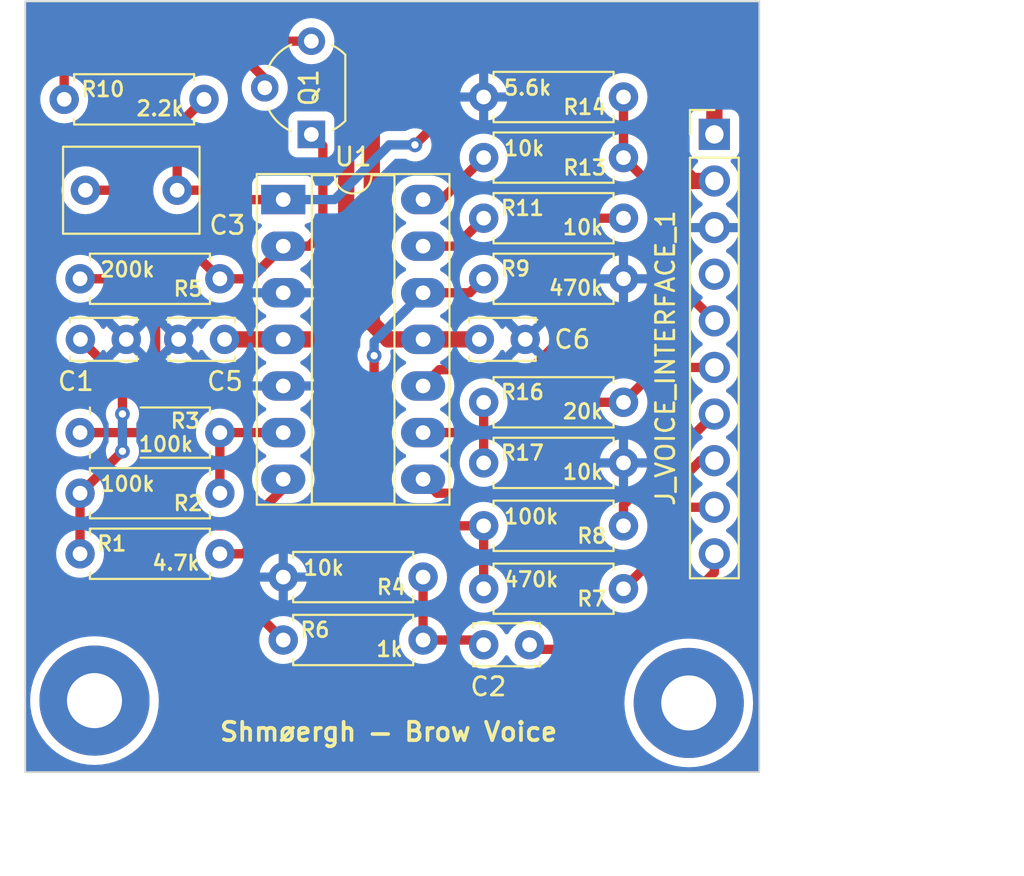
<source format=kicad_pcb>
(kicad_pcb (version 20221018) (generator pcbnew)
  (layers (0 "F.Cu" signal) (31 "B.Cu" signal) (34 "B.Paste" user) (35 "F.Paste" user) (36 "B.SilkS" user "B.Silkscreen") (37 "F.SilkS" user "F.Silkscreen") (38 "B.Mask" user) (39 "F.Mask" user) (44 "Edge.Cuts" user))
  (net 0 "")
  (net 1 "Net-(C1-Pad1)")
  (net 2 "GND")
  (net 3 "Net-(C2-Pad1)")
  (net 4 "RESET")
  (net 5 "Net-(U1C-+)")
  (net 6 "Net-(Q1-E)")
  (net 7 "+12V")
  (net 8 "-12V")
  (net 10 "SAW_OUT")
  (net 11 "SQR_OUT")
  (net 12 "PULSE_WIDTH")
  (net 13 "PWM")
  (net 14 "AMP")
  (net 15 "Net-(Q1-B)")
  (net 16 "Net-(Q1-C)")
  (net 17 "Net-(U1B--)")
  (net 18 "Net-(R3-Pad1)")
  (net 19 "Net-(U1D-+)")
  (net 20 "Net-(U1D--)")
  (net 21 "Net-(R13-Pad2)")
  (net 22 "Net-(U1C--)")
  (footprint "Shmoergh_Custom_Footprints:R_Axial_DIN0207_L6.3mm_D2.5mm_P7.62mm_Horizontal" (layer "F.Cu") (at 99.06 74.803)
    (fp_text reference "R6" (at 0.85 -0.55) (layer "F.SilkS") (effects (font (size 0.8 0.8)) (justify left)))
    (fp_text value "1k" (at 6.6 0.5) (layer "F.SilkS") (effects (font (size 0.8 0.8)) (justify right)))
    (fp_line (start 0.54 -1.37) (end 7.08 -1.37) (stroke (width 0.12)) (layer "F.SilkS"))
    (fp_line (start 0.54 -1.04) (end 0.54 -1.37) (stroke (width 0.12)) (layer "F.SilkS"))
    (fp_line (start 0.54 1.04) (end 0.54 1.37) (stroke (width 0.12)) (layer "F.SilkS"))
    (fp_line (start 0.54 1.37) (end 7.08 1.37) (stroke (width 0.12)) (layer "F.SilkS"))
    (fp_line (start 7.08 -1.37) (end 7.08 -1.04) (stroke (width 0.12)) (layer "F.SilkS"))
    (fp_line (start 7.08 1.37) (end 7.08 1.04) (stroke (width 0.12)) (layer "F.SilkS"))
    (pad "1" thru_hole circle (at 0 0) (size 1.6 1.6) (drill 0.8) (layers "*.Cu" "*.Mask") (net 15 "Net-(Q1-B)"))
    (pad "2" thru_hole oval (at 7.62 0) (size 1.6 1.6) (drill 0.8) (layers "*.Cu" "*.Mask") (net 3 "Net-(C2-Pad1)"))
  )
  (footprint "Shmoergh_Custom_Footprints:R_Axial_DIN0207_L6.3mm_D2.5mm_P7.62mm_Horizontal" (layer "F.Cu") (at 109.982 55.118)
    (fp_text reference "R9" (at 0.85 -0.55) (layer "F.SilkS") (effects (font (size 0.8 0.8)) (justify left)))
    (fp_text value "470k" (at 6.6 0.5) (layer "F.SilkS") (effects (font (size 0.8 0.8)) (justify right)))
    (fp_line (start 0.54 -1.37) (end 7.08 -1.37) (stroke (width 0.12)) (layer "F.SilkS"))
    (fp_line (start 0.54 -1.04) (end 0.54 -1.37) (stroke (width 0.12)) (layer "F.SilkS"))
    (fp_line (start 0.54 1.04) (end 0.54 1.37) (stroke (width 0.12)) (layer "F.SilkS"))
    (fp_line (start 0.54 1.37) (end 7.08 1.37) (stroke (width 0.12)) (layer "F.SilkS"))
    (fp_line (start 7.08 -1.37) (end 7.08 -1.04) (stroke (width 0.12)) (layer "F.SilkS"))
    (fp_line (start 7.08 1.37) (end 7.08 1.04) (stroke (width 0.12)) (layer "F.SilkS"))
    (pad "1" thru_hole circle (at 0 0) (size 1.6 1.6) (drill 0.8) (layers "*.Cu" "*.Mask") (net 19 "Net-(U1D-+)"))
    (pad "2" thru_hole oval (at 7.62 0) (size 1.6 1.6) (drill 0.8) (layers "*.Cu" "*.Mask") (net 2 "GND"))
  )
  (footprint "Shmoergh_Custom_Footprints:R_Axial_DIN0207_L6.3mm_D2.5mm_P7.62mm_Horizontal" (layer "F.Cu") (at 87.986223 70.104)
    (fp_text reference "R1" (at 0.85 -0.55) (layer "F.SilkS") (effects (font (size 0.8 0.8)) (justify left)))
    (fp_text value "4.7k" (at 6.6 0.5) (layer "F.SilkS") (effects (font (size 0.8 0.8)) (justify right)))
    (fp_line (start 0.54 -1.37) (end 7.08 -1.37) (stroke (width 0.12)) (layer "F.SilkS"))
    (fp_line (start 0.54 -1.04) (end 0.54 -1.37) (stroke (width 0.12)) (layer "F.SilkS"))
    (fp_line (start 0.54 1.04) (end 0.54 1.37) (stroke (width 0.12)) (layer "F.SilkS"))
    (fp_line (start 0.54 1.37) (end 7.08 1.37) (stroke (width 0.12)) (layer "F.SilkS"))
    (fp_line (start 7.08 -1.37) (end 7.08 -1.04) (stroke (width 0.12)) (layer "F.SilkS"))
    (fp_line (start 7.08 1.37) (end 7.08 1.04) (stroke (width 0.12)) (layer "F.SilkS"))
    (pad "1" thru_hole circle (at 0 0) (size 1.6 1.6) (drill 0.8) (layers "*.Cu" "*.Mask") (net 1 "Net-(C1-Pad1)"))
    (pad "2" thru_hole oval (at 7.62 0) (size 1.6 1.6) (drill 0.8) (layers "*.Cu" "*.Mask") (net 14 "AMP"))
  )
  (footprint "Capacitor_THT:C_Disc_D3.4mm_W2.1mm_P2.50mm" (layer "F.Cu") (at 95.860223 58.42 180)
    (fp_text reference "C5" (at -0.024777 -2.286) (layer "F.SilkS"))
    (fp_text value "100n")
    (fp_line (start -0.57 -1.17) (end -0.57 -0.925) (stroke (width 0.12)) (layer "F.SilkS"))
    (fp_line (start -0.57 -1.17) (end 3.07 -1.17) (stroke (width 0.12)) (layer "F.SilkS"))
    (fp_line (start -0.57 0.925) (end -0.57 1.17) (stroke (width 0.12)) (layer "F.SilkS"))
    (fp_line (start -0.57 1.17) (end 3.07 1.17) (stroke (width 0.12)) (layer "F.SilkS"))
    (fp_line (start 3.07 -1.17) (end 3.07 -0.925) (stroke (width 0.12)) (layer "F.SilkS"))
    (fp_line (start 3.07 0.925) (end 3.07 1.17) (stroke (width 0.12)) (layer "F.SilkS"))
    (pad "1" thru_hole circle (at 0 0 180) (size 1.6 1.6) (drill 0.8) (layers "*.Cu" "*.Mask") (net 7 "+12V"))
    (pad "2" thru_hole circle (at 2.5 0 180) (size 1.6 1.6) (drill 0.8) (layers "*.Cu" "*.Mask") (net 2 "GND"))
  )
  (footprint "Shmoergh_Custom_Footprints:R_Axial_DIN0207_L6.3mm_D2.5mm_P7.62mm_Horizontal" (layer "F.Cu") (at 95.606223 66.802 180)
    (fp_text reference "R2" (at 0.85 -0.55) (layer "F.SilkS") (effects (font (size 0.8 0.8)) (justify right)))
    (fp_text value "100k" (at 6.6 0.5) (layer "F.SilkS") (effects (font (size 0.8 0.8)) (justify left)))
    (fp_line (start 0.54 -1.37) (end 7.08 -1.37) (stroke (width 0.12)) (layer "F.SilkS"))
    (fp_line (start 0.54 -1.04) (end 0.54 -1.37) (stroke (width 0.12)) (layer "F.SilkS"))
    (fp_line (start 0.54 1.04) (end 0.54 1.37) (stroke (width 0.12)) (layer "F.SilkS"))
    (fp_line (start 0.54 1.37) (end 7.08 1.37) (stroke (width 0.12)) (layer "F.SilkS"))
    (fp_line (start 7.08 -1.37) (end 7.08 -1.04) (stroke (width 0.12)) (layer "F.SilkS"))
    (fp_line (start 7.08 1.37) (end 7.08 1.04) (stroke (width 0.12)) (layer "F.SilkS"))
    (pad "1" thru_hole circle (at 0 0 180) (size 1.6 1.6) (drill 0.8) (layers "*.Cu" "*.Mask") (net 17 "Net-(U1B--)"))
    (pad "2" thru_hole oval (at 7.62 0 180) (size 1.6 1.6) (drill 0.8) (layers "*.Cu" "*.Mask") (net 1 "Net-(C1-Pad1)"))
  )
  (footprint "Shmoergh_Custom_Footprints:R_Axial_DIN0207_L6.3mm_D2.5mm_P7.62mm_Horizontal" (layer "F.Cu") (at 87.986223 63.5)
    (fp_text reference "R3" (at 4.850777 -0.635) (layer "F.SilkS") (effects (font (size 0.8 0.8)) (justify left)))
    (fp_text value "100k" (at 6.247777 0.635) (layer "F.SilkS") (effects (font (size 0.8 0.8)) (justify right)))
    (fp_line (start 0.54 -1.04) (end 0.54 -1.37) (stroke (width 0.12)) (layer "F.SilkS"))
    (fp_line (start 0.54 1.04) (end 0.54 1.37) (stroke (width 0.12)) (layer "F.SilkS"))
    (fp_line (start 3.302 -1.37) (end 7.08 -1.37) (stroke (width 0.12)) (layer "F.SilkS"))
    (fp_line (start 3.302 1.37) (end 7.08 1.37) (stroke (width 0.12)) (layer "F.SilkS"))
    (fp_line (start 7.08 -1.37) (end 7.08 -1.04) (stroke (width 0.12)) (layer "F.SilkS"))
    (fp_line (start 7.08 1.37) (end 7.08 1.04) (stroke (width 0.12)) (layer "F.SilkS"))
    (pad "1" thru_hole circle (at 0 0) (size 1.6 1.6) (drill 0.8) (layers "*.Cu" "*.Mask") (net 18 "Net-(R3-Pad1)"))
    (pad "2" thru_hole oval (at 7.62 0) (size 1.6 1.6) (drill 0.8) (layers "*.Cu" "*.Mask") (net 17 "Net-(U1B--)"))
  )
  (footprint "Package_TO_SOT_THT:TO-92_Wide" (layer "F.Cu") (at 100.592 47.249 90)
    (fp_text reference "Q1" (at 2.545 -0.135 90) (layer "F.SilkS"))
    (fp_text value "2N3904")
    (fp_line (start 0.74 1.85) (end 4.34 1.85) (stroke (width 0.12)) (layer "F.SilkS"))
    (fp_arc (start 0.172801 -1.103842) (mid 0.678995 -1.832692) (end 1.4 -2.35) (stroke (width 0.12)) (layer "F.SilkS"))
    (fp_arc (start 0.74 1.85) (mid 0.446097 1.509328) (end 0.215816 1.122795) (stroke (width 0.12)) (layer "F.SilkS"))
    (fp_arc (start 3.65 -2.35) (mid 4.382279 -1.833196) (end 4.895458 -1.098371) (stroke (width 0.12)) (layer "F.SilkS"))
    (fp_arc (start 4.864184 1.122795) (mid 4.633903 1.509328) (end 4.34 1.85) (stroke (width 0.12)) (layer "F.SilkS"))
    (pad "1" thru_hole rect (at 0 0 90) (size 1.5 1.5) (drill 0.8) (layers "*.Cu" "*.Mask") (net 6 "Net-(Q1-E)"))
    (pad "2" thru_hole circle (at 2.54 -2.54 90) (size 1.5 1.5) (drill 0.8) (layers "*.Cu" "*.Mask") (net 15 "Net-(Q1-B)"))
    (pad "3" thru_hole circle (at 5.08 0 90) (size 1.5 1.5) (drill 0.8) (layers "*.Cu" "*.Mask") (net 16 "Net-(Q1-C)"))
  )
  (footprint "Shmoergh_Custom_Footprints:R_Axial_DIN0207_L6.3mm_D2.5mm_P7.62mm_Horizontal" (layer "F.Cu") (at 117.602 48.514 180)
    (fp_text reference "R13" (at 0.85 -0.55) (layer "F.SilkS") (effects (font (size 0.8 0.8)) (justify right)))
    (fp_text value "10k" (at 6.6 0.5) (layer "F.SilkS") (effects (font (size 0.8 0.8)) (justify left)))
    (fp_line (start 0.54 -1.37) (end 7.08 -1.37) (stroke (width 0.12)) (layer "F.SilkS"))
    (fp_line (start 0.54 -1.04) (end 0.54 -1.37) (stroke (width 0.12)) (layer "F.SilkS"))
    (fp_line (start 0.54 1.04) (end 0.54 1.37) (stroke (width 0.12)) (layer "F.SilkS"))
    (fp_line (start 0.54 1.37) (end 7.08 1.37) (stroke (width 0.12)) (layer "F.SilkS"))
    (fp_line (start 7.08 -1.37) (end 7.08 -1.04) (stroke (width 0.12)) (layer "F.SilkS"))
    (fp_line (start 7.08 1.37) (end 7.08 1.04) (stroke (width 0.12)) (layer "F.SilkS"))
    (pad "1" thru_hole circle (at 0 0 180) (size 1.6 1.6) (drill 0.8) (layers "*.Cu" "*.Mask") (net 11 "SQR_OUT"))
    (pad "2" thru_hole oval (at 7.62 0 180) (size 1.6 1.6) (drill 0.8) (layers "*.Cu" "*.Mask") (net 21 "Net-(R13-Pad2)"))
  )
  (footprint "Capacitor_THT:C_Disc_D3.4mm_W2.1mm_P2.50mm" (layer "F.Cu") (at 88.006223 58.42)
    (fp_text reference "C1" (at -0.249223 2.286) (layer "F.SilkS"))
    (fp_text value "100n")
    (fp_line (start -0.57 -1.17) (end -0.57 -0.925) (stroke (width 0.12)) (layer "F.SilkS"))
    (fp_line (start -0.57 -1.17) (end 3.07 -1.17) (stroke (width 0.12)) (layer "F.SilkS"))
    (fp_line (start -0.57 0.925) (end -0.57 1.17) (stroke (width 0.12)) (layer "F.SilkS"))
    (fp_line (start -0.57 1.17) (end 3.07 1.17) (stroke (width 0.12)) (layer "F.SilkS"))
    (fp_line (start 3.07 -1.17) (end 3.07 -0.925) (stroke (width 0.12)) (layer "F.SilkS"))
    (fp_line (start 3.07 0.925) (end 3.07 1.17) (stroke (width 0.12)) (layer "F.SilkS"))
    (pad "1" thru_hole circle (at 0 0) (size 1.6 1.6) (drill 0.8) (layers "*.Cu" "*.Mask") (net 1 "Net-(C1-Pad1)"))
    (pad "2" thru_hole circle (at 2.5 0) (size 1.6 1.6) (drill 0.8) (layers "*.Cu" "*.Mask") (net 2 "GND"))
  )
  (footprint "Package_DIP:DIP-14_W7.62mm_Socket_LongPads" (layer "F.Cu") (at 99.06 50.8)
    (fp_text reference "U1" (at 3.81 -2.33) (layer "F.SilkS"))
    (fp_text value "TL074")
    (fp_line (start -1.44 -1.39) (end -1.44 16.63) (stroke (width 0.12)) (layer "F.SilkS"))
    (fp_line (start -1.44 16.63) (end 9.06 16.63) (stroke (width 0.12)) (layer "F.SilkS"))
    (fp_line (start 1.56 -1.33) (end 1.56 16.57) (stroke (width 0.12)) (layer "F.SilkS"))
    (fp_line (start 1.56 16.57) (end 6.06 16.57) (stroke (width 0.12)) (layer "F.SilkS"))
    (fp_line (start 2.81 -1.33) (end 1.56 -1.33) (stroke (width 0.12)) (layer "F.SilkS"))
    (fp_line (start 6.06 -1.33) (end 4.81 -1.33) (stroke (width 0.12)) (layer "F.SilkS"))
    (fp_line (start 6.06 16.57) (end 6.06 -1.33) (stroke (width 0.12)) (layer "F.SilkS"))
    (fp_line (start 9.06 -1.39) (end -1.44 -1.39) (stroke (width 0.12)) (layer "F.SilkS"))
    (fp_line (start 9.06 16.63) (end 9.06 -1.39) (stroke (width 0.12)) (layer "F.SilkS"))
    (fp_arc (start 4.81 -1.33) (mid 3.81 -0.33) (end 2.81 -1.33) (stroke (width 0.12)) (layer "F.SilkS"))
    (pad "1" thru_hole rect (at 0 0) (size 2.4 1.6) (drill 0.8) (layers "*.Cu" "*.Mask") (net 5 "Net-(U1C-+)"))
    (pad "2" thru_hole oval (at 0 2.54) (size 2.4 1.6) (drill 0.8) (layers "*.Cu" "*.Mask") (net 6 "Net-(Q1-E)"))
    (pad "3" thru_hole oval (at 0 5.08) (size 2.4 1.6) (drill 0.8) (layers "*.Cu" "*.Mask") (net 2 "GND"))
    (pad "4" thru_hole oval (at 0 7.62) (size 2.4 1.6) (drill 0.8) (layers "*.Cu" "*.Mask") (net 7 "+12V"))
    (pad "5" thru_hole oval (at 0 10.16) (size 2.4 1.6) (drill 0.8) (layers "*.Cu" "*.Mask") (net 2 "GND"))
    (pad "6" thru_hole oval (at 0 12.7) (size 2.4 1.6) (drill 0.8) (layers "*.Cu" "*.Mask") (net 17 "Net-(U1B--)"))
    (pad "7" thru_hole oval (at 0 15.24) (size 2.4 1.6) (drill 0.8) (layers "*.Cu" "*.Mask") (net 18 "Net-(R3-Pad1)"))
    (pad "8" thru_hole oval (at 7.62 15.24) (size 2.4 1.6) (drill 0.8) (layers "*.Cu" "*.Mask") (net 10 "SAW_OUT"))
    (pad "9" thru_hole oval (at 7.62 12.7) (size 2.4 1.6) (drill 0.8) (layers "*.Cu" "*.Mask") (net 22 "Net-(U1C--)"))
    (pad "10" thru_hole oval (at 7.62 10.16) (size 2.4 1.6) (drill 0.8) (layers "*.Cu" "*.Mask") (net 5 "Net-(U1C-+)"))
    (pad "11" thru_hole oval (at 7.62 7.62) (size 2.4 1.6) (drill 0.8) (layers "*.Cu" "*.Mask") (net 8 "-12V"))
    (pad "12" thru_hole oval (at 7.62 5.08) (size 2.4 1.6) (drill 0.8) (layers "*.Cu" "*.Mask") (net 19 "Net-(U1D-+)"))
    (pad "13" thru_hole oval (at 7.62 2.54) (size 2.4 1.6) (drill 0.8) (layers "*.Cu" "*.Mask") (net 20 "Net-(U1D--)"))
    (pad "14" thru_hole oval (at 7.62 0) (size 2.4 1.6) (drill 0.8) (layers "*.Cu" "*.Mask") (net 21 "Net-(R13-Pad2)"))
  )
  (footprint "Shmoergh_Custom_Footprints:R_Axial_DIN0207_L6.3mm_D2.5mm_P7.62mm_Horizontal" (layer "F.Cu") (at 109.982 61.849)
    (fp_text reference "R16" (at 0.85 -0.55) (layer "F.SilkS") (effects (font (size 0.8 0.8)) (justify left)))
    (fp_text value "20k" (at 6.6 0.5) (layer "F.SilkS") (effects (font (size 0.8 0.8)) (justify right)))
    (fp_line (start 0.54 -1.37) (end 7.08 -1.37) (stroke (width 0.12)) (layer "F.SilkS"))
    (fp_line (start 0.54 -1.04) (end 0.54 -1.37) (stroke (width 0.12)) (layer "F.SilkS"))
    (fp_line (start 0.54 1.04) (end 0.54 1.37) (stroke (width 0.12)) (layer "F.SilkS"))
    (fp_line (start 0.54 1.37) (end 7.08 1.37) (stroke (width 0.12)) (layer "F.SilkS"))
    (fp_line (start 7.08 -1.37) (end 7.08 -1.04) (stroke (width 0.12)) (layer "F.SilkS"))
    (fp_line (start 7.08 1.37) (end 7.08 1.04) (stroke (width 0.12)) (layer "F.SilkS"))
    (pad "1" thru_hole circle (at 0 0) (size 1.6 1.6) (drill 0.8) (layers "*.Cu" "*.Mask") (net 22 "Net-(U1C--)"))
    (pad "2" thru_hole oval (at 7.62 0) (size 1.6 1.6) (drill 0.8) (layers "*.Cu" "*.Mask") (net 10 "SAW_OUT"))
  )
  (footprint "Shmoergh_Custom_Footprints:R_Axial_DIN0207_L6.3mm_D2.5mm_P7.62mm_Horizontal" (layer "F.Cu") (at 117.602 72.009 180)
    (fp_text reference "R7" (at 0.85 -0.55) (layer "F.SilkS") (effects (font (size 0.8 0.8)) (justify right)))
    (fp_text value "470k" (at 6.6 0.5) (layer "F.SilkS") (effects (font (size 0.8 0.8)) (justify left)))
    (fp_line (start 0.54 -1.37) (end 7.08 -1.37) (stroke (width 0.12)) (layer "F.SilkS"))
    (fp_line (start 0.54 -1.04) (end 0.54 -1.37) (stroke (width 0.12)) (layer "F.SilkS"))
    (fp_line (start 0.54 1.04) (end 0.54 1.37) (stroke (width 0.12)) (layer "F.SilkS"))
    (fp_line (start 0.54 1.37) (end 7.08 1.37) (stroke (width 0.12)) (layer "F.SilkS"))
    (fp_line (start 7.08 -1.37) (end 7.08 -1.04) (stroke (width 0.12)) (layer "F.SilkS"))
    (fp_line (start 7.08 1.37) (end 7.08 1.04) (stroke (width 0.12)) (layer "F.SilkS"))
    (pad "1" thru_hole circle (at 0 0 180) (size 1.6 1.6) (drill 0.8) (layers "*.Cu" "*.Mask") (net 13 "PWM"))
    (pad "2" thru_hole oval (at 7.62 0 180) (size 1.6 1.6) (drill 0.8) (layers "*.Cu" "*.Mask") (net 19 "Net-(U1D-+)"))
  )
  (footprint "Shmoergh_Custom_Footprints:R_Axial_DIN0207_L6.3mm_D2.5mm_P7.62mm_Horizontal" (layer "F.Cu") (at 117.602 68.58 180)
    (fp_text reference "R8" (at 0.85 -0.55) (layer "F.SilkS") (effects (font (size 0.8 0.8)) (justify right)))
    (fp_text value "100k" (at 6.6 0.5) (layer "F.SilkS") (effects (font (size 0.8 0.8)) (justify left)))
    (fp_line (start 0.54 -1.37) (end 7.08 -1.37) (stroke (width 0.12)) (layer "F.SilkS"))
    (fp_line (start 0.54 -1.04) (end 0.54 -1.37) (stroke (width 0.12)) (layer "F.SilkS"))
    (fp_line (start 0.54 1.04) (end 0.54 1.37) (stroke (width 0.12)) (layer "F.SilkS"))
    (fp_line (start 0.54 1.37) (end 7.08 1.37) (stroke (width 0.12)) (layer "F.SilkS"))
    (fp_line (start 7.08 -1.37) (end 7.08 -1.04) (stroke (width 0.12)) (layer "F.SilkS"))
    (fp_line (start 7.08 1.37) (end 7.08 1.04) (stroke (width 0.12)) (layer "F.SilkS"))
    (pad "1" thru_hole circle (at 0 0 180) (size 1.6 1.6) (drill 0.8) (layers "*.Cu" "*.Mask") (net 12 "PULSE_WIDTH"))
    (pad "2" thru_hole oval (at 7.62 0 180) (size 1.6 1.6) (drill 0.8) (layers "*.Cu" "*.Mask") (net 19 "Net-(U1D-+)"))
  )
  (footprint "MountingHole:MountingHole_3mm_Pad" (layer "F.Cu") (at 121.158 78.232)
    (fp_text reference "H2" hide)
    (fp_text value "MountingHole")
    (pad "1" thru_hole circle (at 0 0) (size 6 6) (drill 3) (layers "*.Cu" "*.Mask"))
  )
  (footprint "Shmoergh_Custom_Footprints:R_Axial_DIN0207_L6.3mm_D2.5mm_P7.62mm_Horizontal" (layer "F.Cu") (at 95.606223 55.118 180)
    (fp_text reference "R5" (at 0.85 -0.55) (layer "F.SilkS") (effects (font (size 0.8 0.8)) (justify right)))
    (fp_text value "200k" (at 6.6 0.5) (layer "F.SilkS") (effects (font (size 0.8 0.8)) (justify left)))
    (fp_line (start 0.54 -1.37) (end 7.08 -1.37) (stroke (width 0.12)) (layer "F.SilkS"))
    (fp_line (start 0.54 -1.04) (end 0.54 -1.37) (stroke (width 0.12)) (layer "F.SilkS"))
    (fp_line (start 0.54 1.04) (end 0.54 1.37) (stroke (width 0.12)) (layer "F.SilkS"))
    (fp_line (start 0.54 1.37) (end 7.08 1.37) (stroke (width 0.12)) (layer "F.SilkS"))
    (fp_line (start 7.08 -1.37) (end 7.08 -1.04) (stroke (width 0.12)) (layer "F.SilkS"))
    (fp_line (start 7.08 1.37) (end 7.08 1.04) (stroke (width 0.12)) (layer "F.SilkS"))
    (pad "1" thru_hole circle (at 0 0 180) (size 1.6 1.6) (drill 0.8) (layers "*.Cu" "*.Mask") (net 6 "Net-(Q1-E)"))
    (pad "2" thru_hole oval (at 7.62 0 180) (size 1.6 1.6) (drill 0.8) (layers "*.Cu" "*.Mask") (net 18 "Net-(R3-Pad1)"))
  )
  (footprint "Capacitor_THT:C_Disc_D3.4mm_W2.1mm_P2.50mm" (layer "F.Cu") (at 109.982 75.062)
    (fp_text reference "C2" (at 0.254 2.281) (layer "F.SilkS"))
    (fp_text value "270p")
    (fp_line (start -0.57 -1.17) (end -0.57 -0.925) (stroke (width 0.12)) (layer "F.SilkS"))
    (fp_line (start -0.57 -1.17) (end 3.07 -1.17) (stroke (width 0.12)) (layer "F.SilkS"))
    (fp_line (start -0.57 0.925) (end -0.57 1.17) (stroke (width 0.12)) (layer "F.SilkS"))
    (fp_line (start -0.57 1.17) (end 3.07 1.17) (stroke (width 0.12)) (layer "F.SilkS"))
    (fp_line (start 3.07 -1.17) (end 3.07 -0.925) (stroke (width 0.12)) (layer "F.SilkS"))
    (fp_line (start 3.07 0.925) (end 3.07 1.17) (stroke (width 0.12)) (layer "F.SilkS"))
    (pad "1" thru_hole circle (at 0 0) (size 1.6 1.6) (drill 0.8) (layers "*.Cu" "*.Mask") (net 3 "Net-(C2-Pad1)"))
    (pad "2" thru_hole circle (at 2.5 0) (size 1.6 1.6) (drill 0.8) (layers "*.Cu" "*.Mask") (net 4 "RESET"))
  )
  (footprint "MountingHole:MountingHole_3mm_Pad" (layer "F.Cu") (at 88.773 78.105)
    (fp_text reference "H1" hide)
    (fp_text value "MountingHole")
    (pad "1" thru_hole circle (at 0 0) (size 6 6) (drill 3) (layers "*.Cu" "*.Mask"))
  )
  (footprint "Shmoergh_Custom_Footprints:R_Axial_DIN0207_L6.3mm_D2.5mm_P7.62mm_Horizontal" (layer "F.Cu") (at 87.122 45.339)
    (fp_text reference "R10" (at 0.85 -0.55) (layer "F.SilkS") (effects (font (size 0.8 0.8)) (justify left)))
    (fp_text value "2.2k" (at 6.6 0.5) (layer "F.SilkS") (effects (font (size 0.8 0.8)) (justify right)))
    (fp_line (start 0.54 -1.37) (end 7.08 -1.37) (stroke (width 0.12)) (layer "F.SilkS"))
    (fp_line (start 0.54 -1.04) (end 0.54 -1.37) (stroke (width 0.12)) (layer "F.SilkS"))
    (fp_line (start 0.54 1.04) (end 0.54 1.37) (stroke (width 0.12)) (layer "F.SilkS"))
    (fp_line (start 0.54 1.37) (end 7.08 1.37) (stroke (width 0.12)) (layer "F.SilkS"))
    (fp_line (start 7.08 -1.37) (end 7.08 -1.04) (stroke (width 0.12)) (layer "F.SilkS"))
    (fp_line (start 7.08 1.37) (end 7.08 1.04) (stroke (width 0.12)) (layer "F.SilkS"))
    (pad "1" thru_hole circle (at 0 0) (size 1.6 1.6) (drill 0.8) (layers "*.Cu" "*.Mask") (net 16 "Net-(Q1-C)"))
    (pad "2" thru_hole oval (at 7.62 0) (size 1.6 1.6) (drill 0.8) (layers "*.Cu" "*.Mask") (net 5 "Net-(U1C-+)"))
  )
  (footprint "Shmoergh_Custom_Footprints:R_Axial_DIN0207_L6.3mm_D2.5mm_P7.62mm_Horizontal" (layer "F.Cu") (at 109.982 65.151)
    (fp_text reference "R17" (at 0.85 -0.55) (layer "F.SilkS") (effects (font (size 0.8 0.8)) (justify left)))
    (fp_text value "10k" (at 6.6 0.5) (layer "F.SilkS") (effects (font (size 0.8 0.8)) (justify right)))
    (fp_line (start 0.54 -1.37) (end 7.08 -1.37) (stroke (width 0.12)) (layer "F.SilkS"))
    (fp_line (start 0.54 -1.04) (end 0.54 -1.37) (stroke (width 0.12)) (layer "F.SilkS"))
    (fp_line (start 0.54 1.04) (end 0.54 1.37) (stroke (width 0.12)) (layer "F.SilkS"))
    (fp_line (start 0.54 1.37) (end 7.08 1.37) (stroke (width 0.12)) (layer "F.SilkS"))
    (fp_line (start 7.08 -1.37) (end 7.08 -1.04) (stroke (width 0.12)) (layer "F.SilkS"))
    (fp_line (start 7.08 1.37) (end 7.08 1.04) (stroke (width 0.12)) (layer "F.SilkS"))
    (pad "1" thru_hole circle (at 0 0) (size 1.6 1.6) (drill 0.8) (layers "*.Cu" "*.Mask") (net 22 "Net-(U1C--)"))
    (pad "2" thru_hole oval (at 7.62 0) (size 1.6 1.6) (drill 0.8) (layers "*.Cu" "*.Mask") (net 2 "GND"))
  )
  (footprint "Shmoergh_Custom_Footprints:R_Axial_DIN0207_L6.3mm_D2.5mm_P7.62mm_Horizontal" (layer "F.Cu") (at 106.68 71.374 180)
    (fp_text reference "R4" (at 0.85 -0.55) (layer "F.SilkS") (effects (font (size 0.8 0.8)) (justify right)))
    (fp_text value "10k" (at 6.6 0.5) (layer "F.SilkS") (effects (font (size 0.8 0.8)) (justify left)))
    (fp_line (start 0.54 -1.37) (end 7.08 -1.37) (stroke (width 0.12)) (layer "F.SilkS"))
    (fp_line (start 0.54 -1.04) (end 0.54 -1.37) (stroke (width 0.12)) (layer "F.SilkS"))
    (fp_line (start 0.54 1.04) (end 0.54 1.37) (stroke (width 0.12)) (layer "F.SilkS"))
    (fp_line (start 0.54 1.37) (end 7.08 1.37) (stroke (width 0.12)) (layer "F.SilkS"))
    (fp_line (start 7.08 -1.37) (end 7.08 -1.04) (stroke (width 0.12)) (layer "F.SilkS"))
    (fp_line (start 7.08 1.37) (end 7.08 1.04) (stroke (width 0.12)) (layer "F.SilkS"))
    (pad "1" thru_hole circle (at 0 0 180) (size 1.6 1.6) (drill 0.8) (layers "*.Cu" "*.Mask") (net 3 "Net-(C2-Pad1)"))
    (pad "2" thru_hole oval (at 7.62 0 180) (size 1.6 1.6) (drill 0.8) (layers "*.Cu" "*.Mask") (net 2 "GND"))
  )
  (footprint "Capacitor_THT:C_Disc_D3.4mm_W2.1mm_P2.50mm" (layer "F.Cu") (at 112.248 58.42 180)
    (fp_text reference "C6" (at -2.56 0) (layer "F.SilkS"))
    (fp_text value "100n")
    (fp_line (start -0.57 -1.17) (end -0.57 -0.925) (stroke (width 0.12)) (layer "F.SilkS"))
    (fp_line (start -0.57 -1.17) (end 3.07 -1.17) (stroke (width 0.12)) (layer "F.SilkS"))
    (fp_line (start -0.57 0.925) (end -0.57 1.17) (stroke (width 0.12)) (layer "F.SilkS"))
    (fp_line (start -0.57 1.17) (end 3.07 1.17) (stroke (width 0.12)) (layer "F.SilkS"))
    (fp_line (start 3.07 -1.17) (end 3.07 -0.925) (stroke (width 0.12)) (layer "F.SilkS"))
    (fp_line (start 3.07 0.925) (end 3.07 1.17) (stroke (width 0.12)) (layer "F.SilkS"))
    (pad "1" thru_hole circle (at 0 0 180) (size 1.6 1.6) (drill 0.8) (layers "*.Cu" "*.Mask") (net 2 "GND"))
    (pad "2" thru_hole circle (at 2.5 0 180) (size 1.6 1.6) (drill 0.8) (layers "*.Cu" "*.Mask") (net 8 "-12V"))
  )
  (footprint "Shmoergh_Custom_Footprints:R_Axial_DIN0207_L6.3mm_D2.5mm_P7.62mm_Horizontal" (layer "F.Cu") (at 117.602 45.212 180)
    (fp_text reference "R14" (at 0.85 -0.55) (layer "F.SilkS") (effects (font (size 0.8 0.8)) (justify right)))
    (fp_text value "5.6k" (at 6.6 0.5) (layer "F.SilkS") (effects (font (size 0.8 0.8)) (justify left)))
    (fp_line (start 0.54 -1.37) (end 7.08 -1.37) (stroke (width 0.12)) (layer "F.SilkS"))
    (fp_line (start 0.54 -1.04) (end 0.54 -1.37) (stroke (width 0.12)) (layer "F.SilkS"))
    (fp_line (start 0.54 1.04) (end 0.54 1.37) (stroke (width 0.12)) (layer "F.SilkS"))
    (fp_line (start 0.54 1.37) (end 7.08 1.37) (stroke (width 0.12)) (layer "F.SilkS"))
    (fp_line (start 7.08 -1.37) (end 7.08 -1.04) (stroke (width 0.12)) (layer "F.SilkS"))
    (fp_line (start 7.08 1.37) (end 7.08 1.04) (stroke (width 0.12)) (layer "F.SilkS"))
    (pad "1" thru_hole circle (at 0 0 180) (size 1.6 1.6) (drill 0.8) (layers "*.Cu" "*.Mask") (net 11 "SQR_OUT"))
    (pad "2" thru_hole oval (at 7.62 0 180) (size 1.6 1.6) (drill 0.8) (layers "*.Cu" "*.Mask") (net 2 "GND"))
  )
  (footprint "Capacitor_THT:C_Rect_L7.2mm_W4.5mm_P5.00mm_FKS2_FKP2_MKS2_MKP2" (layer "F.Cu") (at 93.280223 50.292 180)
    (fp_text reference "C3" (at -2.731777 -1.905) (layer "F.SilkS"))
    (fp_text value "1n (foil)")
    (fp_line (start -1.22 -2.37) (end -1.22 2.37) (stroke (width 0.12)) (layer "F.SilkS"))
    (fp_line (start -1.22 -2.37) (end 6.22 -2.37) (stroke (width 0.12)) (layer "F.SilkS"))
    (fp_line (start -1.22 2.37) (end 6.22 2.37) (stroke (width 0.12)) (layer "F.SilkS"))
    (fp_line (start 6.22 -2.37) (end 6.22 2.37) (stroke (width 0.12)) (layer "F.SilkS"))
    (pad "1" thru_hole circle (at 0 0 180) (size 1.6 1.6) (drill 0.8) (layers "*.Cu" "*.Mask") (net 5 "Net-(U1C-+)"))
    (pad "2" thru_hole circle (at 5 0 180) (size 1.6 1.6) (drill 0.8) (layers "*.Cu" "*.Mask") (net 6 "Net-(Q1-E)"))
  )
  (footprint "Shmoergh_Custom_Footprints:R_Axial_DIN0207_L6.3mm_D2.5mm_P7.62mm_Horizontal" (layer "F.Cu") (at 109.982 51.816)
    (fp_text reference "R11" (at 0.85 -0.55) (layer "F.SilkS") (effects (font (size 0.8 0.8)) (justify left)))
    (fp_text value "10k" (at 6.6 0.5) (layer "F.SilkS") (effects (font (size 0.8 0.8)) (justify right)))
    (fp_line (start 0.54 -1.37) (end 7.08 -1.37) (stroke (width 0.12)) (layer "F.SilkS"))
    (fp_line (start 0.54 -1.04) (end 0.54 -1.37) (stroke (width 0.12)) (layer "F.SilkS"))
    (fp_line (start 0.54 1.04) (end 0.54 1.37) (stroke (width 0.12)) (layer "F.SilkS"))
    (fp_line (start 0.54 1.37) (end 7.08 1.37) (stroke (width 0.12)) (layer "F.SilkS"))
    (fp_line (start 7.08 -1.37) (end 7.08 -1.04) (stroke (width 0.12)) (layer "F.SilkS"))
    (fp_line (start 7.08 1.37) (end 7.08 1.04) (stroke (width 0.12)) (layer "F.SilkS"))
    (pad "1" thru_hole circle (at 0 0) (size 1.6 1.6) (drill 0.8) (layers "*.Cu" "*.Mask") (net 20 "Net-(U1D--)"))
    (pad "2" thru_hole oval (at 7.62 0) (size 1.6 1.6) (drill 0.8) (layers "*.Cu" "*.Mask") (net 5 "Net-(U1C-+)"))
  )
  (footprint "Connector_PinHeader_2.54mm:PinHeader_1x10_P2.54mm_Vertical" (layer "F.Cu") (at 122.555 47.249)
    (fp_text reference "J_VOICE_INTERFACE_1" (at -2.667 12.187 90) (layer "F.SilkS"))
    (fp_text value "Conn_01x10")
    (fp_line (start -1.33 -1.33) (end 0 -1.33) (stroke (width 0.12)) (layer "F.SilkS"))
    (fp_line (start -1.33 0) (end -1.33 -1.33) (stroke (width 0.12)) (layer "F.SilkS"))
    (fp_line (start -1.33 1.27) (end -1.33 24.19) (stroke (width 0.12)) (layer "F.SilkS"))
    (fp_line (start -1.33 1.27) (end 1.33 1.27) (stroke (width 0.12)) (layer "F.SilkS"))
    (fp_line (start -1.33 24.19) (end 1.33 24.19) (stroke (width 0.12)) (layer "F.SilkS"))
    (fp_line (start 1.33 1.27) (end 1.33 24.19) (stroke (width 0.12)) (layer "F.SilkS"))
    (pad "1" thru_hole rect (at 0 0) (size 1.7 1.7) (drill 1) (layers "*.Cu" "*.Mask") (net 7 "+12V"))
    (pad "2" thru_hole oval (at 0 2.54) (size 1.7 1.7) (drill 1) (layers "*.Cu" "*.Mask") (net 8 "-12V"))
    (pad "3" thru_hole oval (at 0 5.08) (size 1.7 1.7) (drill 1) (layers "*.Cu" "*.Mask") (net 2 "GND"))
    (pad "4" thru_hole oval (at 0 7.62) (size 1.7 1.7) (drill 1) (layers "*.Cu" "*.Mask"))
    (pad "5" thru_hole oval (at 0 10.16) (size 1.7 1.7) (drill 1) (layers "*.Cu" "*.Mask") (net 11 "SQR_OUT"))
    (pad "6" thru_hole oval (at 0 12.7) (size 1.7 1.7) (drill 1) (layers "*.Cu" "*.Mask") (net 10 "SAW_OUT"))
    (pad "7" thru_hole oval (at 0 15.24) (size 1.7 1.7) (drill 1) (layers "*.Cu" "*.Mask") (net 12 "PULSE_WIDTH"))
    (pad "8" thru_hole oval (at 0 17.78) (size 1.7 1.7) (drill 1) (layers "*.Cu" "*.Mask") (net 13 "PWM"))
    (pad "9" thru_hole oval (at 0 20.32) (size 1.7 1.7) (drill 1) (layers "*.Cu" "*.Mask") (net 4 "RESET"))
    (pad "10" thru_hole oval (at 0 22.86) (size 1.7 1.7) (drill 1) (layers "*.Cu" "*.Mask") (net 14 "AMP"))
  )
  (gr_rect (start 85 40) (end 125 82) (stroke (width 0.1)) (fill none) (layer "Edge.Cuts"))
  (gr_text "Shmøergh — Brow Voice" (at 95.504 80.391) (layer "F.SilkS") (effects (font (size 1 1) (thickness 0.2) bold) (justify left bottom)))
  (segment (start 88.011 66.802) (end 90.297 64.516) (width 0.508) (layer "F.Cu") (net 1))
  (segment (start 90.297 60.710777) (end 88.006223 58.42) (width 0.508) (layer "F.Cu") (net 1))
  (segment (start 90.297 62.484) (end 90.297 60.710777) (width 0.508) (layer "F.Cu") (net 1))
  (segment (start 87.986223 66.802) (end 88.011 66.802) (width 0.508) (layer "F.Cu") (net 1))
  (segment (start 87.986223 66.802) (end 87.986223 70.104) (width 0.508) (layer "F.Cu") (net 1))
  (via (at 90.297 64.516) (size 0.8) (drill 0.4) (layers "F.Cu" "B.Cu") (net 1))
  (via (at 90.297 62.484) (size 0.8) (drill 0.4) (layers "F.Cu" "B.Cu") (net 1))
  (segment (start 90.297 64.516) (end 90.297 62.484) (width 0.508) (layer "B.Cu") (net 1))
  (segment (start 109.723 74.803) (end 109.982 75.062) (width 0.508) (layer "F.Cu") (net 3))
  (segment (start 106.68 74.803) (end 106.68 71.374) (width 0.508) (layer "F.Cu") (net 3))
  (segment (start 106.68 74.803) (end 109.723 74.803) (width 0.508) (layer "F.Cu") (net 3))
  (segment (start 116.713 75.311) (end 120.523 71.501) (width 0.508) (layer "F.Cu") (net 4))
  (segment (start 120.523 71.501) (end 120.523 68.199) (width 0.508) (layer "F.Cu") (net 4))
  (segment (start 120.523 68.199) (end 121.153 67.569) (width 0.508) (layer "F.Cu") (net 4))
  (segment (start 112.482 75.062) (end 112.731 75.311) (width 0.508) (layer "F.Cu") (net 4))
  (segment (start 121.153 67.569) (end 122.555 67.569) (width 0.508) (layer "F.Cu") (net 4))
  (segment (start 112.731 75.311) (end 116.713 75.311) (width 0.508) (layer "F.Cu") (net 4))
  (segment (start 95.88 50.292) (end 96.393 50.805) (width 0.508) (layer "F.Cu") (net 5))
  (segment (start 115.062 48.514) (end 115.062 57.531) (width 0.508) (layer "F.Cu") (net 5))
  (segment (start 107.569 60.071) (end 106.68 60.96) (width 0.508) (layer "F.Cu") (net 5))
  (segment (start 113.284 46.736) (end 115.062 48.514) (width 0.508) (layer "F.Cu") (net 5))
  (segment (start 93.280223 50.292) (end 93.280223 46.800777) (width 0.508) (layer "F.Cu") (net 5))
  (segment (start 115.062 57.531) (end 112.522 60.071) (width 0.508) (layer "F.Cu") (net 5))
  (segment (start 96.393 50.805) (end 99.055 50.805) (width 0.508) (layer "F.Cu") (net 5))
  (segment (start 93.280223 46.800777) (end 94.742 45.339) (width 0.508) (layer "F.Cu") (net 5))
  (segment (start 112.522 60.071) (end 107.569 60.071) (width 0.508) (layer "F.Cu") (net 5))
  (segment (start 99.055 50.805) (end 99.06 50.8) (width 0.508) (layer "F.Cu") (net 5))
  (segment (start 93.280223 50.292) (end 95.88 50.292) (width 0.508) (layer "F.Cu") (net 5))
  (segment (start 115.189 51.816) (end 117.602 51.816) (width 0.508) (layer "F.Cu") (net 5))
  (segment (start 106.2355 47.8205) (end 107.32 46.736) (width 0.508) (layer "F.Cu") (net 5))
  (segment (start 107.32 46.736) (end 113.284 46.736) (width 0.508) (layer "F.Cu") (net 5))
  (via (at 106.2355 47.8205) (size 0.8) (drill 0.4) (layers "F.Cu" "B.Cu") (net 5))
  (segment (start 106.2355 47.8205) (end 104.8385 47.8205) (width 0.508) (layer "B.Cu") (net 5))
  (segment (start 101.859 50.8) (end 99.06 50.8) (width 0.508) (layer "B.Cu") (net 5))
  (segment (start 104.8385 47.8205) (end 101.859 50.8) (width 0.508) (layer "B.Cu") (net 5))
  (segment (start 90.424 50.292) (end 90.780223 50.292) (width 0.508) (layer "F.Cu") (net 6))
  (segment (start 90.780223 50.292) (end 95.606223 55.118) (width 0.508) (layer "F.Cu") (net 6))
  (segment (start 90.432 50.284) (end 90.424 50.292) (width 0.508) (layer "F.Cu") (net 6))
  (segment (start 101.219 47.876) (end 101.219 52.583) (width 0.508) (layer "F.Cu") (net 6))
  (segment (start 95.606223 55.118) (end 97.282 55.118) (width 0.508) (layer "F.Cu") (net 6))
  (segment (start 100.592 47.249) (end 101.219 47.876) (width 0.508) (layer "F.Cu") (net 6))
  (segment (start 100.462 53.34) (end 99.06 53.34) (width 0.508) (layer "F.Cu") (net 6))
  (segment (start 101.219 52.583) (end 100.462 53.34) (width 0.508) (layer "F.Cu") (net 6))
  (segment (start 97.282 55.118) (end 99.06 53.34) (width 0.508) (layer "F.Cu") (net 6))
  (segment (start 88.280223 50.292) (end 90.424 50.292) (width 0.508) (layer "F.Cu") (net 6))
  (segment (start 104.775 41.021) (end 102.489 43.307) (width 0.889) (layer "F.Cu") (net 7))
  (segment (start 122.555 42.926) (end 120.65 41.021) (width 0.889) (layer "F.Cu") (net 7))
  (segment (start 99.06 58.42) (end 95.860223 58.42) (width 0.889) (layer "F.Cu") (net 7))
  (segment (start 120.65 41.021) (end 104.775 41.021) (width 0.889) (layer "F.Cu") (net 7))
  (segment (start 102.489 57.15) (end 101.219 58.42) (width 0.889) (layer "F.Cu") (net 7))
  (segment (start 122.555 47.249) (end 122.555 42.926) (width 0.889) (layer "F.Cu") (net 7))
  (segment (start 102.489 43.307) (end 102.489 57.15) (width 0.889) (layer "F.Cu") (net 7))
  (segment (start 101.219 58.42) (end 99.06 58.42) (width 0.889) (layer "F.Cu") (net 7))
  (segment (start 119.639 42.55) (end 105.41 42.55) (width 0.889) (layer "F.Cu") (net 8))
  (segment (start 120.396 43.307) (end 119.639 42.55) (width 0.889) (layer "F.Cu") (net 8))
  (segment (start 106.68 58.42) (end 109.748 58.42) (width 0.889) (layer "F.Cu") (net 8))
  (segment (start 122.555 49.789) (end 121.352919 49.789) (width 0.889) (layer "F.Cu") (net 8))
  (segment (start 120.396 48.832081) (end 120.396 43.307) (width 0.889) (layer "F.Cu") (net 8))
  (segment (start 121.352919 49.789) (end 120.396 48.832081) (width 0.889) (layer "F.Cu") (net 8))
  (segment (start 104.775 58.42) (end 106.68 58.42) (width 0.889) (layer "F.Cu") (net 8))
  (segment (start 105.41 42.55) (end 103.886 44.074) (width 0.889) (layer "F.Cu") (net 8))
  (segment (start 103.886 44.074) (end 103.886 57.531) (width 0.889) (layer "F.Cu") (net 8))
  (segment (start 103.886 57.531) (end 104.775 58.42) (width 0.889) (layer "F.Cu") (net 8))
  (segment (start 119.502 59.949) (end 117.602 61.849) (width 0.508) (layer "F.Cu") (net 10))
  (segment (start 122.555 59.949) (end 119.502 59.949) (width 0.508) (layer "F.Cu") (net 10))
  (segment (start 107.442 66.802) (end 115.062 66.802) (width 0.508) (layer "F.Cu") (net 10))
  (segment (start 115.824 66.04) (end 115.824 62.23) (width 0.508) (layer "F.Cu") (net 10))
  (segment (start 115.062 66.802) (end 115.824 66.04) (width 0.508) (layer "F.Cu") (net 10))
  (segment (start 116.205 61.849) (end 117.602 61.849) (width 0.508) (layer "F.Cu") (net 10))
  (segment (start 115.824 62.23) (end 116.205 61.849) (width 0.508) (layer "F.Cu") (net 10))
  (segment (start 106.68 66.04) (end 107.442 66.802) (width 0.508) (layer "F.Cu") (net 10))
  (segment (start 120.396 55.25) (end 120.396 51.308) (width 0.508) (layer "F.Cu") (net 11))
  (segment (start 117.602 45.212) (end 117.602 48.514) (width 0.508) (layer "F.Cu") (net 11))
  (segment (start 120.396 51.308) (end 117.602 48.514) (width 0.508) (layer "F.Cu") (net 11))
  (segment (start 122.555 57.409) (end 120.396 55.25) (width 0.508) (layer "F.Cu") (net 11))
  (segment (start 117.602 67.442) (end 122.555 62.489) (width 0.508) (layer "F.Cu") (net 12))
  (segment (start 117.602 68.58) (end 117.602 67.442) (width 0.508) (layer "F.Cu") (net 12))
  (segment (start 117.602 72.009) (end 119.38 70.231) (width 0.508) (layer "F.Cu") (net 13))
  (segment (start 119.38 70.231) (end 119.38 67.437) (width 0.508) (layer "F.Cu") (net 13))
  (segment (start 119.38 67.437) (end 121.788 65.029) (width 0.508) (layer "F.Cu") (net 13))
  (segment (start 121.788 65.029) (end 122.555 65.029) (width 0.508) (layer "F.Cu") (net 13))
  (segment (start 101.981 68.834) (end 102.87 69.723) (width 0.508) (layer "F.Cu") (net 14))
  (segment (start 98.175788 68.834) (end 101.981 68.834) (width 0.508) (layer "F.Cu") (net 14))
  (segment (start 102.87 69.723) (end 102.87 76.2) (width 0.508) (layer "F.Cu") (net 14))
  (segment (start 116.581 77.094) (end 122.555 71.12) (width 0.508) (layer "F.Cu") (net 14))
  (segment (start 103.764 77.094) (end 116.581 77.094) (width 0.508) (layer "F.Cu") (net 14))
  (segment (start 102.87 76.2) (end 103.764 77.094) (width 0.508) (layer "F.Cu") (net 14))
  (segment (start 96.905788 70.104) (end 98.175788 68.834) (width 0.508) (layer "F.Cu") (net 14))
  (segment (start 122.555 71.12) (end 122.555 70.109) (width 0.508) (layer "F.Cu") (net 14))
  (segment (start 95.606223 70.104) (end 96.905788 70.104) (width 0.508) (layer "F.Cu") (net 14))
  (segment (start 86.106 48.519) (end 86.106 70.871) (width 0.508) (layer "F.Cu") (net 15))
  (segment (start 87.249 47.376) (end 86.106 48.519) (width 0.508) (layer "F.Cu") (net 15))
  (segment (start 98.052 44.709) (end 98.052 44.209) (width 0.508) (layer "F.Cu") (net 15))
  (segment (start 86.106 70.871) (end 88.514 73.279) (width 0.508) (layer "F.Cu") (net 15))
  (segment (start 98.052 44.209) (end 97.155 43.312) (width 0.508) (layer "F.Cu") (net 15))
  (segment (start 97.155 43.312) (end 94.107 43.312) (width 0.508) (layer "F.Cu") (net 15))
  (segment (start 94.107 43.312) (end 90.043 47.376) (width 0.508) (layer "F.Cu") (net 15))
  (segment (start 97.536 73.279) (end 99.06 74.803) (width 0.508) (layer "F.Cu") (net 15))
  (segment (start 90.043 47.376) (end 87.249 47.376) (width 0.508) (layer "F.Cu") (net 15))
  (segment (start 88.514 73.279) (end 97.536 73.279) (width 0.508) (layer "F.Cu") (net 15))
  (segment (start 87.122 45.339) (end 87.122 43.566) (width 0.508) (layer "F.Cu") (net 16))
  (segment (start 88.519 42.169) (end 100.592 42.169) (width 0.508) (layer "F.Cu") (net 16))
  (segment (start 87.122 43.566) (end 88.519 42.169) (width 0.508) (layer "F.Cu") (net 16))
  (segment (start 95.606223 63.5) (end 99.06 63.5) (width 0.508) (layer "F.Cu") (net 17))
  (segment (start 95.606223 63.5) (end 95.606223 66.802) (width 0.508) (layer "F.Cu") (net 17))
  (segment (start 94.361 68.58) (end 97.028 68.58) (width 0.508) (layer "F.Cu") (net 18))
  (segment (start 99.06 66.548) (end 99.06 66.04) (width 0.508) (layer "F.Cu") (net 18))
  (segment (start 92.106223 56.038223) (end 92.106223 63.468777) (width 0.508) (layer "F.Cu") (net 18))
  (segment (start 87.986223 63.5) (end 92.075 63.5) (width 0.508) (layer "F.Cu") (net 18))
  (segment (start 93.98 68.199) (end 94.361 68.58) (width 0.508) (layer "F.Cu") (net 18))
  (segment (start 92.964 63.5) (end 93.98 64.516) (width 0.508) (layer "F.Cu") (net 18))
  (segment (start 87.986223 55.118) (end 91.186 55.118) (width 0.508) (layer "F.Cu") (net 18))
  (segment (start 93.98 64.516) (end 93.98 68.199) (width 0.508) (layer "F.Cu") (net 18))
  (segment (start 92.075 63.5) (end 92.964 63.5) (width 0.508) (layer "F.Cu") (net 18))
  (segment (start 91.186 55.118) (end 92.106223 56.038223) (width 0.508) (layer "F.Cu") (net 18))
  (segment (start 97.028 68.58) (end 99.06 66.548) (width 0.508) (layer "F.Cu") (net 18))
  (segment (start 92.106223 63.468777) (end 92.075 63.5) (width 0.508) (layer "F.Cu") (net 18))
  (segment (start 106.68 55.88) (end 109.22 55.88) (width 0.508) (layer "F.Cu") (net 19))
  (segment (start 109.22 55.88) (end 109.982 55.118) (width 0.508) (layer "F.Cu") (net 19))
  (segment (start 104.013 67.056) (end 104.013 59.309) (width 0.508) (layer "F.Cu") (net 19))
  (segment (start 105.537 68.58) (end 104.013 67.056) (width 0.508) (layer "F.Cu") (net 19))
  (segment (start 109.982 68.58) (end 105.537 68.58) (width 0.508) (layer "F.Cu") (net 19))
  (segment (start 109.982 72.009) (end 109.982 68.58) (width 0.508) (layer "F.Cu") (net 19))
  (via (at 104.013 59.309) (size 0.8) (drill 0.4) (layers "F.Cu" "B.Cu") (net 19))
  (segment (start 104.013 58.547) (end 106.68 55.88) (width 0.508) (layer "B.Cu") (net 19))
  (segment (start 104.013 59.309) (end 104.013 58.547) (width 0.508) (layer "B.Cu") (net 19))
  (segment (start 108.458 53.34) (end 109.982 51.816) (width 0.508) (layer "F.Cu") (net 20))
  (segment (start 106.68 53.34) (end 108.458 53.34) (width 0.508) (layer "F.Cu") (net 20))
  (segment (start 107.696 50.8) (end 109.982 48.514) (width 0.508) (layer "F.Cu") (net 21))
  (segment (start 106.68 50.8) (end 107.696 50.8) (width 0.508) (layer "F.Cu") (net 21))
  (segment (start 109.982 61.849) (end 109.982 63.5) (width 0.508) (layer "F.Cu") (net 22))
  (segment (start 106.68 63.5) (end 109.982 63.5) (width 0.508) (layer "F.Cu") (net 22))
  (segment (start 109.982 63.5) (end 109.982 65.151) (width 0.508) (layer "F.Cu") (net 22))
  (zone (net 2) (net_name "GND") (layer "B.Cu") (connect_pads (clearance 0.5)) (min_thickness 0.25) (fill yes (thermal_gap 0.5) (thermal_bridge_width 0.5))
    (polygon (pts (xy 85 40) (xy 125 40) (xy 125 82) (xy 85 82)))
  )
)
</source>
